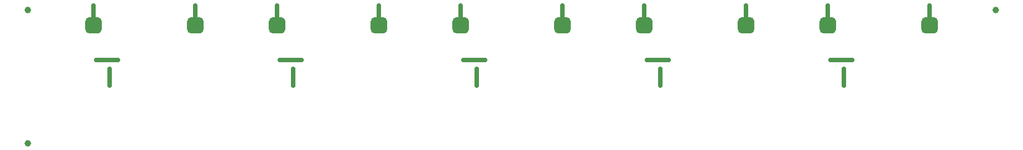
<source format=gbl>
G04 #@! TF.GenerationSoftware,KiCad,Pcbnew,6.0.2+dfsg-1*
G04 #@! TF.CreationDate,2023-06-21T21:29:58-06:00*
G04 #@! TF.ProjectId,ckt-dingdong-spk-array,636b742d-6469-46e6-9764-6f6e672d7370,rev?*
G04 #@! TF.SameCoordinates,Original*
G04 #@! TF.FileFunction,Copper,L2,Bot*
G04 #@! TF.FilePolarity,Positive*
%FSLAX46Y46*%
G04 Gerber Fmt 4.6, Leading zero omitted, Abs format (unit mm)*
G04 Created by KiCad (PCBNEW 6.0.2+dfsg-1) date 2023-06-21 21:29:58*
%MOMM*%
%LPD*%
G01*
G04 APERTURE LIST*
G04 #@! TA.AperFunction,SMDPad,CuDef*
%ADD10C,1.000000*%
G04 #@! TD*
G04 #@! TA.AperFunction,ViaPad*
%ADD11C,0.609600*%
G04 #@! TD*
G04 #@! TA.AperFunction,Conductor*
%ADD12C,0.635000*%
G04 #@! TD*
G04 APERTURE END LIST*
D10*
X17540000Y-45480000D03*
X17540000Y-25160000D03*
G04 #@! TA.AperFunction,SMDPad,CuDef*
G36*
G01*
X128140000Y-26905000D02*
X128140000Y-28155000D01*
G75*
G02*
X127515000Y-28780000I-625000J0D01*
G01*
X126265000Y-28780000D01*
G75*
G02*
X125640000Y-28155000I0J625000D01*
G01*
X125640000Y-26905000D01*
G75*
G02*
X126265000Y-26280000I625000J0D01*
G01*
X127515000Y-26280000D01*
G75*
G02*
X128140000Y-26905000I0J-625000D01*
G01*
G37*
G04 #@! TD.AperFunction*
G04 #@! TA.AperFunction,SMDPad,CuDef*
G36*
G01*
X112640000Y-26905000D02*
X112640000Y-28155000D01*
G75*
G02*
X112015000Y-28780000I-625000J0D01*
G01*
X110765000Y-28780000D01*
G75*
G02*
X110140000Y-28155000I0J625000D01*
G01*
X110140000Y-26905000D01*
G75*
G02*
X110765000Y-26280000I625000J0D01*
G01*
X112015000Y-26280000D01*
G75*
G02*
X112640000Y-26905000I0J-625000D01*
G01*
G37*
G04 #@! TD.AperFunction*
G04 #@! TA.AperFunction,SMDPad,CuDef*
G36*
G01*
X44320000Y-26905000D02*
X44320000Y-28155000D01*
G75*
G02*
X43695000Y-28780000I-625000J0D01*
G01*
X42445000Y-28780000D01*
G75*
G02*
X41820000Y-28155000I0J625000D01*
G01*
X41820000Y-26905000D01*
G75*
G02*
X42445000Y-26280000I625000J0D01*
G01*
X43695000Y-26280000D01*
G75*
G02*
X44320000Y-26905000I0J-625000D01*
G01*
G37*
G04 #@! TD.AperFunction*
G04 #@! TA.AperFunction,SMDPad,CuDef*
G36*
G01*
X28820000Y-26905000D02*
X28820000Y-28155000D01*
G75*
G02*
X28195000Y-28780000I-625000J0D01*
G01*
X26945000Y-28780000D01*
G75*
G02*
X26320000Y-28155000I0J625000D01*
G01*
X26320000Y-26905000D01*
G75*
G02*
X26945000Y-26280000I625000J0D01*
G01*
X28195000Y-26280000D01*
G75*
G02*
X28820000Y-26905000I0J-625000D01*
G01*
G37*
G04 #@! TD.AperFunction*
G04 #@! TA.AperFunction,SMDPad,CuDef*
G36*
G01*
X100200000Y-26905000D02*
X100200000Y-28155000D01*
G75*
G02*
X99575000Y-28780000I-625000J0D01*
G01*
X98325000Y-28780000D01*
G75*
G02*
X97700000Y-28155000I0J625000D01*
G01*
X97700000Y-26905000D01*
G75*
G02*
X98325000Y-26280000I625000J0D01*
G01*
X99575000Y-26280000D01*
G75*
G02*
X100200000Y-26905000I0J-625000D01*
G01*
G37*
G04 #@! TD.AperFunction*
G04 #@! TA.AperFunction,SMDPad,CuDef*
G36*
G01*
X84700000Y-26905000D02*
X84700000Y-28155000D01*
G75*
G02*
X84075000Y-28780000I-625000J0D01*
G01*
X82825000Y-28780000D01*
G75*
G02*
X82200000Y-28155000I0J625000D01*
G01*
X82200000Y-26905000D01*
G75*
G02*
X82825000Y-26280000I625000J0D01*
G01*
X84075000Y-26280000D01*
G75*
G02*
X84700000Y-26905000I0J-625000D01*
G01*
G37*
G04 #@! TD.AperFunction*
G04 #@! TA.AperFunction,SMDPad,CuDef*
G36*
G01*
X72260000Y-26905000D02*
X72260000Y-28155000D01*
G75*
G02*
X71635000Y-28780000I-625000J0D01*
G01*
X70385000Y-28780000D01*
G75*
G02*
X69760000Y-28155000I0J625000D01*
G01*
X69760000Y-26905000D01*
G75*
G02*
X70385000Y-26280000I625000J0D01*
G01*
X71635000Y-26280000D01*
G75*
G02*
X72260000Y-26905000I0J-625000D01*
G01*
G37*
G04 #@! TD.AperFunction*
G04 #@! TA.AperFunction,SMDPad,CuDef*
G36*
G01*
X56760000Y-26905000D02*
X56760000Y-28155000D01*
G75*
G02*
X56135000Y-28780000I-625000J0D01*
G01*
X54885000Y-28780000D01*
G75*
G02*
X54260000Y-28155000I0J625000D01*
G01*
X54260000Y-26905000D01*
G75*
G02*
X54885000Y-26280000I625000J0D01*
G01*
X56135000Y-26280000D01*
G75*
G02*
X56760000Y-26905000I0J-625000D01*
G01*
G37*
G04 #@! TD.AperFunction*
X164860000Y-25160000D03*
G04 #@! TA.AperFunction,SMDPad,CuDef*
G36*
G01*
X156080000Y-26905000D02*
X156080000Y-28155000D01*
G75*
G02*
X155455000Y-28780000I-625000J0D01*
G01*
X154205000Y-28780000D01*
G75*
G02*
X153580000Y-28155000I0J625000D01*
G01*
X153580000Y-26905000D01*
G75*
G02*
X154205000Y-26280000I625000J0D01*
G01*
X155455000Y-26280000D01*
G75*
G02*
X156080000Y-26905000I0J-625000D01*
G01*
G37*
G04 #@! TD.AperFunction*
G04 #@! TA.AperFunction,SMDPad,CuDef*
G36*
G01*
X140580000Y-26905000D02*
X140580000Y-28155000D01*
G75*
G02*
X139955000Y-28780000I-625000J0D01*
G01*
X138705000Y-28780000D01*
G75*
G02*
X138080000Y-28155000I0J625000D01*
G01*
X138080000Y-26905000D01*
G75*
G02*
X138705000Y-26280000I625000J0D01*
G01*
X139955000Y-26280000D01*
G75*
G02*
X140580000Y-26905000I0J-625000D01*
G01*
G37*
G04 #@! TD.AperFunction*
D11*
X31256000Y-32780000D03*
X43067000Y-24525000D03*
X27954000Y-32780000D03*
X27573000Y-24525000D03*
X29986000Y-34177000D03*
X29986000Y-36717000D03*
X59196000Y-32780000D03*
X71007000Y-24525000D03*
X55894000Y-32780000D03*
X55513000Y-24525000D03*
X57926000Y-34177000D03*
X57926000Y-36717000D03*
X87136000Y-32780000D03*
X98947000Y-24525000D03*
X83834000Y-32780000D03*
X83453000Y-24525000D03*
X85866000Y-34177000D03*
X85866000Y-36717000D03*
X115076000Y-32780000D03*
X126887000Y-24525000D03*
X111774000Y-32780000D03*
X111393000Y-24525000D03*
X113806000Y-34177000D03*
X113806000Y-36717000D03*
X143016000Y-32780000D03*
X154827000Y-24525000D03*
X139714000Y-32780000D03*
X139333000Y-24525000D03*
X141746000Y-34177000D03*
X141746000Y-36717000D03*
D12*
X43070000Y-24528000D02*
X43070000Y-27530000D01*
X27954000Y-32780000D02*
X31256000Y-32780000D01*
X43067000Y-24525000D02*
X43070000Y-24528000D01*
X27573000Y-27527000D02*
X27570000Y-27530000D01*
X29986000Y-36717000D02*
X29986000Y-34177000D01*
X27573000Y-24525000D02*
X27573000Y-27527000D01*
X71010000Y-24528000D02*
X71010000Y-27530000D01*
X55894000Y-32780000D02*
X59196000Y-32780000D01*
X71007000Y-24525000D02*
X71010000Y-24528000D01*
X55513000Y-27527000D02*
X55510000Y-27530000D01*
X57926000Y-36717000D02*
X57926000Y-34177000D01*
X55513000Y-24525000D02*
X55513000Y-27527000D01*
X98950000Y-24528000D02*
X98950000Y-27530000D01*
X83834000Y-32780000D02*
X87136000Y-32780000D01*
X98947000Y-24525000D02*
X98950000Y-24528000D01*
X83453000Y-27527000D02*
X83450000Y-27530000D01*
X85866000Y-36717000D02*
X85866000Y-34177000D01*
X83453000Y-24525000D02*
X83453000Y-27527000D01*
X126890000Y-24528000D02*
X126890000Y-27530000D01*
X111774000Y-32780000D02*
X115076000Y-32780000D01*
X126887000Y-24525000D02*
X126890000Y-24528000D01*
X111393000Y-27527000D02*
X111390000Y-27530000D01*
X113806000Y-36717000D02*
X113806000Y-34177000D01*
X111393000Y-24525000D02*
X111393000Y-27527000D01*
X154830000Y-24528000D02*
X154830000Y-27530000D01*
X139714000Y-32780000D02*
X143016000Y-32780000D01*
X154827000Y-24525000D02*
X154830000Y-24528000D01*
X139333000Y-27527000D02*
X139330000Y-27530000D01*
X141746000Y-36717000D02*
X141746000Y-34177000D01*
X139333000Y-24525000D02*
X139333000Y-27527000D01*
M02*

</source>
